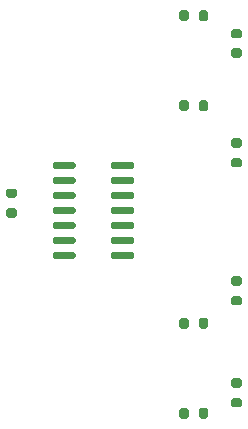
<source format=gtp>
G04 #@! TF.GenerationSoftware,KiCad,Pcbnew,(5.1.9)-1*
G04 #@! TF.CreationDate,2021-06-10T00:36:34+02:00*
G04 #@! TF.ProjectId,shield,73686965-6c64-42e6-9b69-6361645f7063,rev?*
G04 #@! TF.SameCoordinates,Original*
G04 #@! TF.FileFunction,Paste,Top*
G04 #@! TF.FilePolarity,Positive*
%FSLAX46Y46*%
G04 Gerber Fmt 4.6, Leading zero omitted, Abs format (unit mm)*
G04 Created by KiCad (PCBNEW (5.1.9)-1) date 2021-06-10 00:36:34*
%MOMM*%
%LPD*%
G01*
G04 APERTURE LIST*
G04 APERTURE END LIST*
G36*
G01*
X144183000Y-96035000D02*
X144183000Y-95735000D01*
G75*
G02*
X144333000Y-95585000I150000J0D01*
G01*
X145983000Y-95585000D01*
G75*
G02*
X146133000Y-95735000I0J-150000D01*
G01*
X146133000Y-96035000D01*
G75*
G02*
X145983000Y-96185000I-150000J0D01*
G01*
X144333000Y-96185000D01*
G75*
G02*
X144183000Y-96035000I0J150000D01*
G01*
G37*
G36*
G01*
X144183000Y-97305000D02*
X144183000Y-97005000D01*
G75*
G02*
X144333000Y-96855000I150000J0D01*
G01*
X145983000Y-96855000D01*
G75*
G02*
X146133000Y-97005000I0J-150000D01*
G01*
X146133000Y-97305000D01*
G75*
G02*
X145983000Y-97455000I-150000J0D01*
G01*
X144333000Y-97455000D01*
G75*
G02*
X144183000Y-97305000I0J150000D01*
G01*
G37*
G36*
G01*
X144183000Y-98575000D02*
X144183000Y-98275000D01*
G75*
G02*
X144333000Y-98125000I150000J0D01*
G01*
X145983000Y-98125000D01*
G75*
G02*
X146133000Y-98275000I0J-150000D01*
G01*
X146133000Y-98575000D01*
G75*
G02*
X145983000Y-98725000I-150000J0D01*
G01*
X144333000Y-98725000D01*
G75*
G02*
X144183000Y-98575000I0J150000D01*
G01*
G37*
G36*
G01*
X144183000Y-99845000D02*
X144183000Y-99545000D01*
G75*
G02*
X144333000Y-99395000I150000J0D01*
G01*
X145983000Y-99395000D01*
G75*
G02*
X146133000Y-99545000I0J-150000D01*
G01*
X146133000Y-99845000D01*
G75*
G02*
X145983000Y-99995000I-150000J0D01*
G01*
X144333000Y-99995000D01*
G75*
G02*
X144183000Y-99845000I0J150000D01*
G01*
G37*
G36*
G01*
X144183000Y-101115000D02*
X144183000Y-100815000D01*
G75*
G02*
X144333000Y-100665000I150000J0D01*
G01*
X145983000Y-100665000D01*
G75*
G02*
X146133000Y-100815000I0J-150000D01*
G01*
X146133000Y-101115000D01*
G75*
G02*
X145983000Y-101265000I-150000J0D01*
G01*
X144333000Y-101265000D01*
G75*
G02*
X144183000Y-101115000I0J150000D01*
G01*
G37*
G36*
G01*
X144183000Y-102385000D02*
X144183000Y-102085000D01*
G75*
G02*
X144333000Y-101935000I150000J0D01*
G01*
X145983000Y-101935000D01*
G75*
G02*
X146133000Y-102085000I0J-150000D01*
G01*
X146133000Y-102385000D01*
G75*
G02*
X145983000Y-102535000I-150000J0D01*
G01*
X144333000Y-102535000D01*
G75*
G02*
X144183000Y-102385000I0J150000D01*
G01*
G37*
G36*
G01*
X144183000Y-103655000D02*
X144183000Y-103355000D01*
G75*
G02*
X144333000Y-103205000I150000J0D01*
G01*
X145983000Y-103205000D01*
G75*
G02*
X146133000Y-103355000I0J-150000D01*
G01*
X146133000Y-103655000D01*
G75*
G02*
X145983000Y-103805000I-150000J0D01*
G01*
X144333000Y-103805000D01*
G75*
G02*
X144183000Y-103655000I0J150000D01*
G01*
G37*
G36*
G01*
X139233000Y-103655000D02*
X139233000Y-103355000D01*
G75*
G02*
X139383000Y-103205000I150000J0D01*
G01*
X141033000Y-103205000D01*
G75*
G02*
X141183000Y-103355000I0J-150000D01*
G01*
X141183000Y-103655000D01*
G75*
G02*
X141033000Y-103805000I-150000J0D01*
G01*
X139383000Y-103805000D01*
G75*
G02*
X139233000Y-103655000I0J150000D01*
G01*
G37*
G36*
G01*
X139233000Y-102385000D02*
X139233000Y-102085000D01*
G75*
G02*
X139383000Y-101935000I150000J0D01*
G01*
X141033000Y-101935000D01*
G75*
G02*
X141183000Y-102085000I0J-150000D01*
G01*
X141183000Y-102385000D01*
G75*
G02*
X141033000Y-102535000I-150000J0D01*
G01*
X139383000Y-102535000D01*
G75*
G02*
X139233000Y-102385000I0J150000D01*
G01*
G37*
G36*
G01*
X139233000Y-101115000D02*
X139233000Y-100815000D01*
G75*
G02*
X139383000Y-100665000I150000J0D01*
G01*
X141033000Y-100665000D01*
G75*
G02*
X141183000Y-100815000I0J-150000D01*
G01*
X141183000Y-101115000D01*
G75*
G02*
X141033000Y-101265000I-150000J0D01*
G01*
X139383000Y-101265000D01*
G75*
G02*
X139233000Y-101115000I0J150000D01*
G01*
G37*
G36*
G01*
X139233000Y-99845000D02*
X139233000Y-99545000D01*
G75*
G02*
X139383000Y-99395000I150000J0D01*
G01*
X141033000Y-99395000D01*
G75*
G02*
X141183000Y-99545000I0J-150000D01*
G01*
X141183000Y-99845000D01*
G75*
G02*
X141033000Y-99995000I-150000J0D01*
G01*
X139383000Y-99995000D01*
G75*
G02*
X139233000Y-99845000I0J150000D01*
G01*
G37*
G36*
G01*
X139233000Y-98575000D02*
X139233000Y-98275000D01*
G75*
G02*
X139383000Y-98125000I150000J0D01*
G01*
X141033000Y-98125000D01*
G75*
G02*
X141183000Y-98275000I0J-150000D01*
G01*
X141183000Y-98575000D01*
G75*
G02*
X141033000Y-98725000I-150000J0D01*
G01*
X139383000Y-98725000D01*
G75*
G02*
X139233000Y-98575000I0J150000D01*
G01*
G37*
G36*
G01*
X139233000Y-97305000D02*
X139233000Y-97005000D01*
G75*
G02*
X139383000Y-96855000I150000J0D01*
G01*
X141033000Y-96855000D01*
G75*
G02*
X141183000Y-97005000I0J-150000D01*
G01*
X141183000Y-97305000D01*
G75*
G02*
X141033000Y-97455000I-150000J0D01*
G01*
X139383000Y-97455000D01*
G75*
G02*
X139233000Y-97305000I0J150000D01*
G01*
G37*
G36*
G01*
X139233000Y-96035000D02*
X139233000Y-95735000D01*
G75*
G02*
X139383000Y-95585000I150000J0D01*
G01*
X141033000Y-95585000D01*
G75*
G02*
X141183000Y-95735000I0J-150000D01*
G01*
X141183000Y-96035000D01*
G75*
G02*
X141033000Y-96185000I-150000J0D01*
G01*
X139383000Y-96185000D01*
G75*
G02*
X139233000Y-96035000I0J150000D01*
G01*
G37*
G36*
G01*
X155088000Y-106065000D02*
X154538000Y-106065000D01*
G75*
G02*
X154338000Y-105865000I0J200000D01*
G01*
X154338000Y-105465000D01*
G75*
G02*
X154538000Y-105265000I200000J0D01*
G01*
X155088000Y-105265000D01*
G75*
G02*
X155288000Y-105465000I0J-200000D01*
G01*
X155288000Y-105865000D01*
G75*
G02*
X155088000Y-106065000I-200000J0D01*
G01*
G37*
G36*
G01*
X155088000Y-107715000D02*
X154538000Y-107715000D01*
G75*
G02*
X154338000Y-107515000I0J200000D01*
G01*
X154338000Y-107115000D01*
G75*
G02*
X154538000Y-106915000I200000J0D01*
G01*
X155088000Y-106915000D01*
G75*
G02*
X155288000Y-107115000I0J-200000D01*
G01*
X155288000Y-107515000D01*
G75*
G02*
X155088000Y-107715000I-200000J0D01*
G01*
G37*
G36*
G01*
X154538000Y-115550000D02*
X155088000Y-115550000D01*
G75*
G02*
X155288000Y-115750000I0J-200000D01*
G01*
X155288000Y-116150000D01*
G75*
G02*
X155088000Y-116350000I-200000J0D01*
G01*
X154538000Y-116350000D01*
G75*
G02*
X154338000Y-116150000I0J200000D01*
G01*
X154338000Y-115750000D01*
G75*
G02*
X154538000Y-115550000I200000J0D01*
G01*
G37*
G36*
G01*
X154538000Y-113900000D02*
X155088000Y-113900000D01*
G75*
G02*
X155288000Y-114100000I0J-200000D01*
G01*
X155288000Y-114500000D01*
G75*
G02*
X155088000Y-114700000I-200000J0D01*
G01*
X154538000Y-114700000D01*
G75*
G02*
X154338000Y-114500000I0J200000D01*
G01*
X154338000Y-114100000D01*
G75*
G02*
X154538000Y-113900000I200000J0D01*
G01*
G37*
G36*
G01*
X150768000Y-108945000D02*
X150768000Y-109495000D01*
G75*
G02*
X150568000Y-109695000I-200000J0D01*
G01*
X150168000Y-109695000D01*
G75*
G02*
X149968000Y-109495000I0J200000D01*
G01*
X149968000Y-108945000D01*
G75*
G02*
X150168000Y-108745000I200000J0D01*
G01*
X150568000Y-108745000D01*
G75*
G02*
X150768000Y-108945000I0J-200000D01*
G01*
G37*
G36*
G01*
X152418000Y-108945000D02*
X152418000Y-109495000D01*
G75*
G02*
X152218000Y-109695000I-200000J0D01*
G01*
X151818000Y-109695000D01*
G75*
G02*
X151618000Y-109495000I0J200000D01*
G01*
X151618000Y-108945000D01*
G75*
G02*
X151818000Y-108745000I200000J0D01*
G01*
X152218000Y-108745000D01*
G75*
G02*
X152418000Y-108945000I0J-200000D01*
G01*
G37*
G36*
G01*
X150768000Y-116565000D02*
X150768000Y-117115000D01*
G75*
G02*
X150568000Y-117315000I-200000J0D01*
G01*
X150168000Y-117315000D01*
G75*
G02*
X149968000Y-117115000I0J200000D01*
G01*
X149968000Y-116565000D01*
G75*
G02*
X150168000Y-116365000I200000J0D01*
G01*
X150568000Y-116365000D01*
G75*
G02*
X150768000Y-116565000I0J-200000D01*
G01*
G37*
G36*
G01*
X152418000Y-116565000D02*
X152418000Y-117115000D01*
G75*
G02*
X152218000Y-117315000I-200000J0D01*
G01*
X151818000Y-117315000D01*
G75*
G02*
X151618000Y-117115000I0J200000D01*
G01*
X151618000Y-116565000D01*
G75*
G02*
X151818000Y-116365000I200000J0D01*
G01*
X152218000Y-116365000D01*
G75*
G02*
X152418000Y-116565000I0J-200000D01*
G01*
G37*
G36*
G01*
X155088000Y-85110000D02*
X154538000Y-85110000D01*
G75*
G02*
X154338000Y-84910000I0J200000D01*
G01*
X154338000Y-84510000D01*
G75*
G02*
X154538000Y-84310000I200000J0D01*
G01*
X155088000Y-84310000D01*
G75*
G02*
X155288000Y-84510000I0J-200000D01*
G01*
X155288000Y-84910000D01*
G75*
G02*
X155088000Y-85110000I-200000J0D01*
G01*
G37*
G36*
G01*
X155088000Y-86760000D02*
X154538000Y-86760000D01*
G75*
G02*
X154338000Y-86560000I0J200000D01*
G01*
X154338000Y-86160000D01*
G75*
G02*
X154538000Y-85960000I200000J0D01*
G01*
X155088000Y-85960000D01*
G75*
G02*
X155288000Y-86160000I0J-200000D01*
G01*
X155288000Y-86560000D01*
G75*
G02*
X155088000Y-86760000I-200000J0D01*
G01*
G37*
G36*
G01*
X154538000Y-95230000D02*
X155088000Y-95230000D01*
G75*
G02*
X155288000Y-95430000I0J-200000D01*
G01*
X155288000Y-95830000D01*
G75*
G02*
X155088000Y-96030000I-200000J0D01*
G01*
X154538000Y-96030000D01*
G75*
G02*
X154338000Y-95830000I0J200000D01*
G01*
X154338000Y-95430000D01*
G75*
G02*
X154538000Y-95230000I200000J0D01*
G01*
G37*
G36*
G01*
X154538000Y-93580000D02*
X155088000Y-93580000D01*
G75*
G02*
X155288000Y-93780000I0J-200000D01*
G01*
X155288000Y-94180000D01*
G75*
G02*
X155088000Y-94380000I-200000J0D01*
G01*
X154538000Y-94380000D01*
G75*
G02*
X154338000Y-94180000I0J200000D01*
G01*
X154338000Y-93780000D01*
G75*
G02*
X154538000Y-93580000I200000J0D01*
G01*
G37*
G36*
G01*
X150768000Y-82910000D02*
X150768000Y-83460000D01*
G75*
G02*
X150568000Y-83660000I-200000J0D01*
G01*
X150168000Y-83660000D01*
G75*
G02*
X149968000Y-83460000I0J200000D01*
G01*
X149968000Y-82910000D01*
G75*
G02*
X150168000Y-82710000I200000J0D01*
G01*
X150568000Y-82710000D01*
G75*
G02*
X150768000Y-82910000I0J-200000D01*
G01*
G37*
G36*
G01*
X152418000Y-82910000D02*
X152418000Y-83460000D01*
G75*
G02*
X152218000Y-83660000I-200000J0D01*
G01*
X151818000Y-83660000D01*
G75*
G02*
X151618000Y-83460000I0J200000D01*
G01*
X151618000Y-82910000D01*
G75*
G02*
X151818000Y-82710000I200000J0D01*
G01*
X152218000Y-82710000D01*
G75*
G02*
X152418000Y-82910000I0J-200000D01*
G01*
G37*
G36*
G01*
X136038000Y-98635000D02*
X135488000Y-98635000D01*
G75*
G02*
X135288000Y-98435000I0J200000D01*
G01*
X135288000Y-98035000D01*
G75*
G02*
X135488000Y-97835000I200000J0D01*
G01*
X136038000Y-97835000D01*
G75*
G02*
X136238000Y-98035000I0J-200000D01*
G01*
X136238000Y-98435000D01*
G75*
G02*
X136038000Y-98635000I-200000J0D01*
G01*
G37*
G36*
G01*
X136038000Y-100285000D02*
X135488000Y-100285000D01*
G75*
G02*
X135288000Y-100085000I0J200000D01*
G01*
X135288000Y-99685000D01*
G75*
G02*
X135488000Y-99485000I200000J0D01*
G01*
X136038000Y-99485000D01*
G75*
G02*
X136238000Y-99685000I0J-200000D01*
G01*
X136238000Y-100085000D01*
G75*
G02*
X136038000Y-100285000I-200000J0D01*
G01*
G37*
G36*
G01*
X150768000Y-90530000D02*
X150768000Y-91080000D01*
G75*
G02*
X150568000Y-91280000I-200000J0D01*
G01*
X150168000Y-91280000D01*
G75*
G02*
X149968000Y-91080000I0J200000D01*
G01*
X149968000Y-90530000D01*
G75*
G02*
X150168000Y-90330000I200000J0D01*
G01*
X150568000Y-90330000D01*
G75*
G02*
X150768000Y-90530000I0J-200000D01*
G01*
G37*
G36*
G01*
X152418000Y-90530000D02*
X152418000Y-91080000D01*
G75*
G02*
X152218000Y-91280000I-200000J0D01*
G01*
X151818000Y-91280000D01*
G75*
G02*
X151618000Y-91080000I0J200000D01*
G01*
X151618000Y-90530000D01*
G75*
G02*
X151818000Y-90330000I200000J0D01*
G01*
X152218000Y-90330000D01*
G75*
G02*
X152418000Y-90530000I0J-200000D01*
G01*
G37*
M02*

</source>
